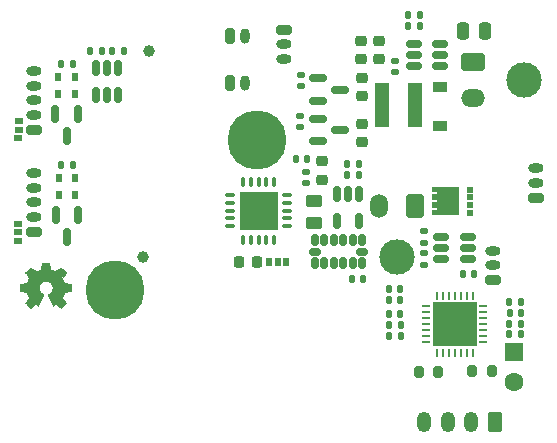
<source format=gbr>
%TF.GenerationSoftware,KiCad,Pcbnew,(6.0.6)*%
%TF.CreationDate,2022-07-03T12:41:07+08:00*%
%TF.ProjectId,Stealthburner_Toolhead_PCB,53746561-6c74-4686-9275-726e65725f54,rev?*%
%TF.SameCoordinates,Original*%
%TF.FileFunction,Soldermask,Bot*%
%TF.FilePolarity,Negative*%
%FSLAX46Y46*%
G04 Gerber Fmt 4.6, Leading zero omitted, Abs format (unit mm)*
G04 Created by KiCad (PCBNEW (6.0.6)) date 2022-07-03 12:41:07*
%MOMM*%
%LPD*%
G01*
G04 APERTURE LIST*
G04 Aperture macros list*
%AMRoundRect*
0 Rectangle with rounded corners*
0 $1 Rounding radius*
0 $2 $3 $4 $5 $6 $7 $8 $9 X,Y pos of 4 corners*
0 Add a 4 corners polygon primitive as box body*
4,1,4,$2,$3,$4,$5,$6,$7,$8,$9,$2,$3,0*
0 Add four circle primitives for the rounded corners*
1,1,$1+$1,$2,$3*
1,1,$1+$1,$4,$5*
1,1,$1+$1,$6,$7*
1,1,$1+$1,$8,$9*
0 Add four rect primitives between the rounded corners*
20,1,$1+$1,$2,$3,$4,$5,0*
20,1,$1+$1,$4,$5,$6,$7,0*
20,1,$1+$1,$6,$7,$8,$9,0*
20,1,$1+$1,$8,$9,$2,$3,0*%
%AMFreePoly0*
4,1,17,1.370000,0.720000,0.950000,0.720000,0.950000,0.580000,1.370000,0.580000,1.370000,0.080000,0.950000,0.080000,0.950000,-0.080000,1.370000,-0.080000,1.370000,-0.580000,0.950000,-0.580000,0.950000,-0.720000,1.371000,-0.720000,1.371000,-1.225000,-0.950000,-1.225000,-0.950000,1.225000,1.370000,1.225000,1.370000,0.720000,1.370000,0.720000,$1*%
G04 Aperture macros list end*
%ADD10C,0.024000*%
%ADD11RoundRect,0.200000X-0.200000X-0.450000X0.200000X-0.450000X0.200000X0.450000X-0.200000X0.450000X0*%
%ADD12O,0.800000X1.300000*%
%ADD13C,3.000000*%
%ADD14RoundRect,0.250001X0.499999X0.759999X-0.499999X0.759999X-0.499999X-0.759999X0.499999X-0.759999X0*%
%ADD15O,1.500000X2.020000*%
%ADD16RoundRect,0.200000X0.450000X-0.200000X0.450000X0.200000X-0.450000X0.200000X-0.450000X-0.200000X0*%
%ADD17O,1.300000X0.800000*%
%ADD18R,1.600000X1.600000*%
%ADD19C,1.600000*%
%ADD20C,1.000000*%
%ADD21C,5.000000*%
%ADD22RoundRect,0.200000X-0.450000X0.200000X-0.450000X-0.200000X0.450000X-0.200000X0.450000X0.200000X0*%
%ADD23RoundRect,0.250001X-0.759999X0.499999X-0.759999X-0.499999X0.759999X-0.499999X0.759999X0.499999X0*%
%ADD24O,2.020000X1.500000*%
%ADD25RoundRect,0.225000X0.250000X-0.225000X0.250000X0.225000X-0.250000X0.225000X-0.250000X-0.225000X0*%
%ADD26RoundRect,0.225000X-0.250000X0.225000X-0.250000X-0.225000X0.250000X-0.225000X0.250000X0.225000X0*%
%ADD27RoundRect,0.150000X-0.512500X-0.150000X0.512500X-0.150000X0.512500X0.150000X-0.512500X0.150000X0*%
%ADD28RoundRect,0.075000X0.337500X0.075000X-0.337500X0.075000X-0.337500X-0.075000X0.337500X-0.075000X0*%
%ADD29RoundRect,0.075000X0.075000X0.337500X-0.075000X0.337500X-0.075000X-0.337500X0.075000X-0.337500X0*%
%ADD30R,3.250000X3.250000*%
%ADD31RoundRect,0.135000X0.135000X0.185000X-0.135000X0.185000X-0.135000X-0.185000X0.135000X-0.185000X0*%
%ADD32RoundRect,0.135000X-0.135000X-0.185000X0.135000X-0.185000X0.135000X0.185000X-0.135000X0.185000X0*%
%ADD33RoundRect,0.140000X0.140000X0.170000X-0.140000X0.170000X-0.140000X-0.170000X0.140000X-0.170000X0*%
%ADD34RoundRect,0.150000X-0.150000X0.587500X-0.150000X-0.587500X0.150000X-0.587500X0.150000X0.587500X0*%
%ADD35RoundRect,0.150000X-0.587500X-0.150000X0.587500X-0.150000X0.587500X0.150000X-0.587500X0.150000X0*%
%ADD36RoundRect,0.140000X0.170000X-0.140000X0.170000X0.140000X-0.170000X0.140000X-0.170000X-0.140000X0*%
%ADD37RoundRect,0.140000X-0.140000X-0.170000X0.140000X-0.170000X0.140000X0.170000X-0.140000X0.170000X0*%
%ADD38R,0.630000X0.500000*%
%ADD39FreePoly0,180.000000*%
%ADD40R,0.600000X0.700000*%
%ADD41RoundRect,0.250000X-0.450000X0.262500X-0.450000X-0.262500X0.450000X-0.262500X0.450000X0.262500X0*%
%ADD42RoundRect,0.200000X-0.200000X-0.275000X0.200000X-0.275000X0.200000X0.275000X-0.200000X0.275000X0*%
%ADD43RoundRect,0.200000X0.200000X0.275000X-0.200000X0.275000X-0.200000X-0.275000X0.200000X-0.275000X0*%
%ADD44RoundRect,0.150000X-0.150000X0.512500X-0.150000X-0.512500X0.150000X-0.512500X0.150000X0.512500X0*%
%ADD45R,1.200000X0.900000*%
%ADD46R,1.200000X3.700000*%
%ADD47RoundRect,0.140000X-0.170000X0.140000X-0.170000X-0.140000X0.170000X-0.140000X0.170000X0.140000X0*%
%ADD48R,0.800000X0.500000*%
%ADD49R,0.762000X0.254000*%
%ADD50R,0.254000X0.762000*%
%ADD51R,3.800000X3.800000*%
%ADD52RoundRect,0.150000X0.150000X-0.325000X0.150000X0.325000X-0.150000X0.325000X-0.150000X-0.325000X0*%
%ADD53RoundRect,0.150000X0.325000X-0.150000X0.325000X0.150000X-0.325000X0.150000X-0.325000X-0.150000X0*%
%ADD54R,0.500000X0.800000*%
%ADD55RoundRect,0.218750X-0.256250X0.218750X-0.256250X-0.218750X0.256250X-0.218750X0.256250X0.218750X0*%
%ADD56RoundRect,0.250000X-0.250000X-0.475000X0.250000X-0.475000X0.250000X0.475000X-0.250000X0.475000X0*%
%ADD57RoundRect,0.135000X-0.185000X0.135000X-0.185000X-0.135000X0.185000X-0.135000X0.185000X0.135000X0*%
%ADD58RoundRect,0.250000X0.350000X0.625000X-0.350000X0.625000X-0.350000X-0.625000X0.350000X-0.625000X0*%
%ADD59O,1.200000X1.750000*%
%ADD60RoundRect,0.225000X0.225000X0.250000X-0.225000X0.250000X-0.225000X-0.250000X0.225000X-0.250000X0*%
%ADD61RoundRect,0.135000X0.185000X-0.135000X0.185000X0.135000X-0.185000X0.135000X-0.185000X-0.135000X0*%
G04 APERTURE END LIST*
D10*
G36*
X103952190Y-119040729D02*
G01*
X103953439Y-119040847D01*
X103954674Y-119041016D01*
X103955893Y-119041236D01*
X103957095Y-119041506D01*
X103958280Y-119041824D01*
X103959446Y-119042189D01*
X103960591Y-119042601D01*
X103961715Y-119043059D01*
X103962817Y-119043561D01*
X103963894Y-119044106D01*
X103964946Y-119044694D01*
X103965973Y-119045324D01*
X103966971Y-119045994D01*
X103967941Y-119046704D01*
X103968881Y-119047452D01*
X103969790Y-119048238D01*
X103970667Y-119049060D01*
X103971510Y-119049917D01*
X103972318Y-119050810D01*
X103973090Y-119051735D01*
X103973826Y-119052693D01*
X103974523Y-119053683D01*
X103975180Y-119054703D01*
X103975796Y-119055753D01*
X103976371Y-119056831D01*
X103976902Y-119057936D01*
X103977389Y-119059068D01*
X103977831Y-119060226D01*
X103978225Y-119061408D01*
X103978572Y-119062614D01*
X103978869Y-119063841D01*
X104079517Y-119602321D01*
X104080142Y-119604999D01*
X104080931Y-119607612D01*
X104081877Y-119610155D01*
X104082975Y-119612622D01*
X104084221Y-119615007D01*
X104085609Y-119617304D01*
X104087134Y-119619506D01*
X104088791Y-119621607D01*
X104090575Y-119623602D01*
X104092481Y-119625485D01*
X104094503Y-119627248D01*
X104096637Y-119628887D01*
X104098878Y-119630395D01*
X104101219Y-119631765D01*
X104103657Y-119632993D01*
X104106186Y-119634071D01*
X104469089Y-119782344D01*
X104471589Y-119783320D01*
X104474126Y-119784140D01*
X104476694Y-119784804D01*
X104479286Y-119785313D01*
X104481895Y-119785667D01*
X104484513Y-119785867D01*
X104487135Y-119785913D01*
X104489753Y-119785806D01*
X104492360Y-119785546D01*
X104494949Y-119785134D01*
X104497514Y-119784569D01*
X104500048Y-119783853D01*
X104502543Y-119782987D01*
X104504992Y-119781970D01*
X104507390Y-119780803D01*
X104509729Y-119779486D01*
X104958356Y-119467701D01*
X104959432Y-119467036D01*
X104960527Y-119466421D01*
X104961640Y-119465857D01*
X104962768Y-119465343D01*
X104963912Y-119464880D01*
X104965068Y-119464467D01*
X104966236Y-119464104D01*
X104967413Y-119463790D01*
X104968599Y-119463527D01*
X104969792Y-119463313D01*
X104972191Y-119463033D01*
X104974598Y-119462950D01*
X104977000Y-119463063D01*
X104979386Y-119463370D01*
X104981741Y-119463871D01*
X104984055Y-119464564D01*
X104985192Y-119464982D01*
X104986314Y-119465448D01*
X104987419Y-119465962D01*
X104988506Y-119466523D01*
X104989572Y-119467131D01*
X104990617Y-119467786D01*
X104991639Y-119468489D01*
X104992637Y-119469238D01*
X104993608Y-119470034D01*
X104994551Y-119470876D01*
X105375552Y-119851876D01*
X105376399Y-119852803D01*
X105377200Y-119853758D01*
X105378664Y-119855746D01*
X105379941Y-119857829D01*
X105381031Y-119859992D01*
X105381932Y-119862225D01*
X105382644Y-119864514D01*
X105383164Y-119866848D01*
X105383492Y-119869212D01*
X105383626Y-119871595D01*
X105383566Y-119873985D01*
X105383309Y-119876369D01*
X105382856Y-119878733D01*
X105382203Y-119881067D01*
X105381352Y-119883356D01*
X105380299Y-119885589D01*
X105379697Y-119886681D01*
X105379044Y-119887754D01*
X105074879Y-120332254D01*
X105073555Y-120334573D01*
X105072384Y-120336952D01*
X105071366Y-120339385D01*
X105070503Y-120341865D01*
X105069795Y-120344383D01*
X105069241Y-120346933D01*
X105068844Y-120349508D01*
X105068602Y-120352100D01*
X105068517Y-120354701D01*
X105068588Y-120357305D01*
X105068817Y-120359905D01*
X105069204Y-120362492D01*
X105069749Y-120365061D01*
X105070453Y-120367602D01*
X105071316Y-120370110D01*
X105072339Y-120372576D01*
X105231089Y-120745956D01*
X105232208Y-120748454D01*
X105233468Y-120750863D01*
X105234865Y-120753179D01*
X105236392Y-120755396D01*
X105238043Y-120757511D01*
X105239814Y-120759517D01*
X105241698Y-120761412D01*
X105243690Y-120763189D01*
X105245784Y-120764844D01*
X105247975Y-120766373D01*
X105250258Y-120767771D01*
X105252625Y-120769033D01*
X105255073Y-120770154D01*
X105257595Y-120771130D01*
X105260185Y-120771955D01*
X105262839Y-120772626D01*
X105784809Y-120869464D01*
X105785444Y-120869464D01*
X105786666Y-120869770D01*
X105787866Y-120870125D01*
X105789042Y-120870526D01*
X105790194Y-120870974D01*
X105791321Y-120871467D01*
X105792422Y-120872003D01*
X105794540Y-120873201D01*
X105796542Y-120874560D01*
X105798419Y-120876070D01*
X105800164Y-120877721D01*
X105801769Y-120879505D01*
X105803225Y-120881411D01*
X105804526Y-120883431D01*
X105805663Y-120885555D01*
X105806629Y-120887773D01*
X105807415Y-120890077D01*
X105807739Y-120891257D01*
X105808014Y-120892456D01*
X105808242Y-120893671D01*
X105808419Y-120894901D01*
X105808546Y-120896146D01*
X105808621Y-120897404D01*
X105808620Y-121432709D01*
X105808555Y-121433970D01*
X105808437Y-121435219D01*
X105808268Y-121436454D01*
X105808048Y-121437673D01*
X105807779Y-121438875D01*
X105807461Y-121440060D01*
X105807095Y-121441226D01*
X105806683Y-121442371D01*
X105806226Y-121443495D01*
X105805724Y-121444597D01*
X105805178Y-121445674D01*
X105804590Y-121446726D01*
X105803960Y-121447753D01*
X105803290Y-121448751D01*
X105802581Y-121449721D01*
X105801833Y-121450661D01*
X105801047Y-121451570D01*
X105800225Y-121452447D01*
X105799367Y-121453290D01*
X105798475Y-121454098D01*
X105797549Y-121454870D01*
X105796591Y-121455606D01*
X105795602Y-121456303D01*
X105794582Y-121456960D01*
X105793532Y-121457576D01*
X105792454Y-121458151D01*
X105791348Y-121458682D01*
X105790216Y-121459169D01*
X105789059Y-121459610D01*
X105787877Y-121460005D01*
X105786672Y-121460351D01*
X105785444Y-121460649D01*
X105277444Y-121555898D01*
X105274768Y-121556564D01*
X105272158Y-121557390D01*
X105269618Y-121558370D01*
X105267155Y-121559499D01*
X105264773Y-121560772D01*
X105262481Y-121562185D01*
X105260282Y-121563732D01*
X105258183Y-121565409D01*
X105256190Y-121567210D01*
X105254309Y-121569131D01*
X105252545Y-121571166D01*
X105250905Y-121573311D01*
X105249393Y-121575560D01*
X105248017Y-121577909D01*
X105246782Y-121580353D01*
X105245694Y-121582886D01*
X105086944Y-121979761D01*
X105085968Y-121982261D01*
X105085148Y-121984798D01*
X105084483Y-121987366D01*
X105083974Y-121989958D01*
X105083620Y-121992567D01*
X105083420Y-121995186D01*
X105083374Y-121997807D01*
X105083482Y-122000425D01*
X105083742Y-122003032D01*
X105084154Y-122005621D01*
X105084719Y-122008186D01*
X105085434Y-122010720D01*
X105086301Y-122013215D01*
X105087318Y-122015665D01*
X105088485Y-122018062D01*
X105089801Y-122020401D01*
X105379044Y-122441724D01*
X105379701Y-122442806D01*
X105380308Y-122443907D01*
X105380863Y-122445025D01*
X105381368Y-122446159D01*
X105381822Y-122447307D01*
X105382226Y-122448468D01*
X105382580Y-122449640D01*
X105382884Y-122450821D01*
X105383138Y-122452010D01*
X105383342Y-122453205D01*
X105383601Y-122455609D01*
X105383664Y-122458019D01*
X105383530Y-122460422D01*
X105383202Y-122462807D01*
X105382680Y-122465161D01*
X105381965Y-122467470D01*
X105381536Y-122468605D01*
X105381060Y-122469723D01*
X105380536Y-122470825D01*
X105379965Y-122471907D01*
X105379346Y-122472969D01*
X105378680Y-122474010D01*
X105377968Y-122475026D01*
X105377209Y-122476018D01*
X105376403Y-122476982D01*
X105375551Y-122477919D01*
X104994551Y-122858919D01*
X104993615Y-122859771D01*
X104992650Y-122860576D01*
X104990642Y-122862048D01*
X104988540Y-122863332D01*
X104986356Y-122864427D01*
X104984103Y-122865333D01*
X104981793Y-122866047D01*
X104979440Y-122866569D01*
X104977055Y-122866897D01*
X104974651Y-122867031D01*
X104972242Y-122866969D01*
X104969838Y-122866709D01*
X104967454Y-122866251D01*
X104965101Y-122865594D01*
X104962792Y-122864735D01*
X104960539Y-122863675D01*
X104959438Y-122863068D01*
X104958356Y-122862411D01*
X104545606Y-122576661D01*
X104543262Y-122575459D01*
X104540863Y-122574418D01*
X104538417Y-122573536D01*
X104535933Y-122572815D01*
X104533417Y-122572254D01*
X104530879Y-122571854D01*
X104528325Y-122571613D01*
X104525762Y-122571533D01*
X104523200Y-122571613D01*
X104520646Y-122571854D01*
X104518108Y-122572254D01*
X104515592Y-122572815D01*
X104513108Y-122573536D01*
X104510662Y-122574418D01*
X104508263Y-122575459D01*
X104505919Y-122576661D01*
X104323356Y-122674134D01*
X104322337Y-122674646D01*
X104321296Y-122675102D01*
X104320238Y-122675501D01*
X104319164Y-122675843D01*
X104318076Y-122676128D01*
X104316977Y-122676356D01*
X104315869Y-122676525D01*
X104314755Y-122676637D01*
X104313636Y-122676692D01*
X104312516Y-122676688D01*
X104311395Y-122676625D01*
X104310277Y-122676505D01*
X104309164Y-122676325D01*
X104308059Y-122676087D01*
X104306962Y-122675790D01*
X104305878Y-122675434D01*
X104304814Y-122675022D01*
X104303778Y-122674556D01*
X104302772Y-122674038D01*
X104301798Y-122673470D01*
X104300858Y-122672854D01*
X104299952Y-122672191D01*
X104299084Y-122671483D01*
X104298253Y-122670732D01*
X104297463Y-122669938D01*
X104296714Y-122669104D01*
X104296009Y-122668231D01*
X104295349Y-122667320D01*
X104294736Y-122666375D01*
X104294171Y-122665395D01*
X104293657Y-122664382D01*
X104293194Y-122663339D01*
X103916004Y-121753701D01*
X103915601Y-121752522D01*
X103915251Y-121751336D01*
X103914954Y-121750143D01*
X103914709Y-121748947D01*
X103914516Y-121747747D01*
X103914375Y-121746546D01*
X103914284Y-121745346D01*
X103914244Y-121744147D01*
X103914253Y-121742951D01*
X103914312Y-121741759D01*
X103914420Y-121740574D01*
X103914577Y-121739396D01*
X103914781Y-121738227D01*
X103915032Y-121737069D01*
X103915331Y-121735923D01*
X103915676Y-121734790D01*
X103916067Y-121733673D01*
X103916503Y-121732572D01*
X103916985Y-121731489D01*
X103917511Y-121730425D01*
X103918081Y-121729383D01*
X103918694Y-121728363D01*
X103919351Y-121727367D01*
X103920050Y-121726396D01*
X103920791Y-121725453D01*
X103921574Y-121724538D01*
X103922398Y-121723653D01*
X103923262Y-121722799D01*
X103924167Y-121721978D01*
X103925111Y-121721192D01*
X103926094Y-121720442D01*
X103927116Y-121719729D01*
X103972836Y-121691789D01*
X103976651Y-121689284D01*
X103980410Y-121686699D01*
X103984112Y-121684035D01*
X103987757Y-121681293D01*
X103991342Y-121678474D01*
X103994866Y-121675579D01*
X103998329Y-121672608D01*
X104001729Y-121669564D01*
X104042027Y-121641453D01*
X104079423Y-121610517D01*
X104113833Y-121576973D01*
X104145176Y-121541038D01*
X104173372Y-121502929D01*
X104198337Y-121462863D01*
X104219992Y-121421058D01*
X104238253Y-121377730D01*
X104253040Y-121333097D01*
X104264271Y-121287375D01*
X104271864Y-121240782D01*
X104275739Y-121193536D01*
X104275812Y-121145852D01*
X104272003Y-121097948D01*
X104264230Y-121050042D01*
X104252411Y-121002350D01*
X104245017Y-120978828D01*
X104236718Y-120955789D01*
X104217500Y-120911223D01*
X104194941Y-120868792D01*
X104169228Y-120828635D01*
X104140546Y-120790891D01*
X104109080Y-120755699D01*
X104075017Y-120723199D01*
X104038542Y-120693528D01*
X103999839Y-120666827D01*
X103959096Y-120643235D01*
X103916497Y-120622891D01*
X103872229Y-120605934D01*
X103826475Y-120592502D01*
X103779423Y-120582736D01*
X103731258Y-120576775D01*
X103706816Y-120575264D01*
X103682165Y-120574757D01*
X103657514Y-120575264D01*
X103633072Y-120576775D01*
X103608862Y-120579271D01*
X103584907Y-120582736D01*
X103561230Y-120587153D01*
X103537855Y-120592502D01*
X103514804Y-120598769D01*
X103492102Y-120605934D01*
X103469770Y-120613980D01*
X103447833Y-120622891D01*
X103426313Y-120632649D01*
X103405234Y-120643235D01*
X103384619Y-120654634D01*
X103364491Y-120666827D01*
X103344873Y-120679798D01*
X103325789Y-120693528D01*
X103307261Y-120708001D01*
X103289313Y-120723199D01*
X103271968Y-120739104D01*
X103255250Y-120755699D01*
X103239181Y-120772968D01*
X103223784Y-120790891D01*
X103209084Y-120809453D01*
X103195102Y-120828635D01*
X103181863Y-120848421D01*
X103169389Y-120868792D01*
X103157704Y-120889732D01*
X103146830Y-120911223D01*
X103136792Y-120933248D01*
X103127612Y-120955789D01*
X103119313Y-120978828D01*
X103111919Y-121002350D01*
X103105499Y-121026155D01*
X103100100Y-121050042D01*
X103095713Y-121073982D01*
X103092327Y-121097948D01*
X103089932Y-121121914D01*
X103088518Y-121145852D01*
X103088075Y-121169735D01*
X103088591Y-121193536D01*
X103090059Y-121217227D01*
X103092466Y-121240782D01*
X103095802Y-121264174D01*
X103100059Y-121287375D01*
X103105225Y-121310359D01*
X103111290Y-121333097D01*
X103118244Y-121355563D01*
X103126077Y-121377730D01*
X103134778Y-121399571D01*
X103144338Y-121421058D01*
X103154746Y-121442165D01*
X103165993Y-121462863D01*
X103178067Y-121483127D01*
X103190958Y-121502929D01*
X103204657Y-121522242D01*
X103219154Y-121541038D01*
X103234437Y-121559291D01*
X103250497Y-121576973D01*
X103267324Y-121594058D01*
X103284908Y-121610517D01*
X103303237Y-121626325D01*
X103322303Y-121641453D01*
X103342094Y-121655875D01*
X103362602Y-121669564D01*
X103366001Y-121672608D01*
X103369464Y-121675579D01*
X103372989Y-121678474D01*
X103376574Y-121681293D01*
X103380218Y-121684035D01*
X103383920Y-121686699D01*
X103387679Y-121689284D01*
X103391494Y-121691789D01*
X103437214Y-121719729D01*
X103438243Y-121720437D01*
X103439233Y-121721183D01*
X103440182Y-121721966D01*
X103441091Y-121722785D01*
X103442785Y-121724523D01*
X103444310Y-121726382D01*
X103445662Y-121728353D01*
X103446838Y-121730420D01*
X103447833Y-121732573D01*
X103448644Y-121734798D01*
X103449266Y-121737083D01*
X103449696Y-121739416D01*
X103449930Y-121741783D01*
X103449962Y-121744172D01*
X103449791Y-121746571D01*
X103449411Y-121748968D01*
X103449141Y-121750161D01*
X103448818Y-121751348D01*
X103448441Y-121752529D01*
X103448009Y-121753701D01*
X103072089Y-122665244D01*
X103071636Y-122666372D01*
X103071123Y-122667467D01*
X103070552Y-122668527D01*
X103069926Y-122669550D01*
X103069245Y-122670533D01*
X103068514Y-122671475D01*
X103067732Y-122672374D01*
X103066902Y-122673228D01*
X103066027Y-122674035D01*
X103065108Y-122674793D01*
X103064147Y-122675500D01*
X103063147Y-122676155D01*
X103062108Y-122676754D01*
X103061034Y-122677297D01*
X103059926Y-122677781D01*
X103058786Y-122678205D01*
X103057624Y-122678564D01*
X103056450Y-122678856D01*
X103055267Y-122679080D01*
X103054079Y-122679238D01*
X103052887Y-122679329D01*
X103051694Y-122679354D01*
X103050503Y-122679313D01*
X103049317Y-122679207D01*
X103048139Y-122679036D01*
X103046972Y-122678799D01*
X103045817Y-122678499D01*
X103044679Y-122678134D01*
X103043559Y-122677705D01*
X103042460Y-122677213D01*
X103041386Y-122676657D01*
X103040339Y-122676039D01*
X102857777Y-122578566D01*
X102855432Y-122577364D01*
X102853033Y-122576322D01*
X102850587Y-122575441D01*
X102848103Y-122574720D01*
X102845588Y-122574159D01*
X102843049Y-122573758D01*
X102840495Y-122573518D01*
X102837933Y-122573438D01*
X102835371Y-122573518D01*
X102832816Y-122573758D01*
X102830278Y-122574159D01*
X102827762Y-122574720D01*
X102825278Y-122575441D01*
X102822832Y-122576322D01*
X102820434Y-122577364D01*
X102818089Y-122578566D01*
X102405339Y-122864316D01*
X102404257Y-122864973D01*
X102403156Y-122865580D01*
X102402038Y-122866135D01*
X102400904Y-122866640D01*
X102399755Y-122867095D01*
X102398595Y-122867499D01*
X102397423Y-122867852D01*
X102396242Y-122868156D01*
X102395053Y-122868410D01*
X102393857Y-122868614D01*
X102391454Y-122868874D01*
X102389044Y-122868936D01*
X102386640Y-122868802D01*
X102384255Y-122868474D01*
X102381902Y-122867952D01*
X102379592Y-122867238D01*
X102378458Y-122866809D01*
X102377339Y-122866332D01*
X102376238Y-122865808D01*
X102375155Y-122865237D01*
X102374093Y-122864618D01*
X102373053Y-122863953D01*
X102372037Y-122863241D01*
X102371045Y-122862481D01*
X102370080Y-122861676D01*
X102369144Y-122860824D01*
X101988144Y-122479823D01*
X101986628Y-122477862D01*
X101985284Y-122475811D01*
X101984112Y-122473682D01*
X101983113Y-122471484D01*
X101982288Y-122469230D01*
X101981638Y-122466928D01*
X101981164Y-122464590D01*
X101980867Y-122462225D01*
X101980748Y-122459845D01*
X101980808Y-122457460D01*
X101981047Y-122455080D01*
X101981466Y-122452716D01*
X101982068Y-122450379D01*
X101982851Y-122448078D01*
X101983818Y-122445824D01*
X101984969Y-122443629D01*
X102274211Y-122022306D01*
X102275528Y-122019968D01*
X102276695Y-122017570D01*
X102277712Y-122015120D01*
X102278578Y-122012625D01*
X102279294Y-122010092D01*
X102279859Y-122007527D01*
X102280271Y-122004937D01*
X102280531Y-122002330D01*
X102280638Y-121999712D01*
X102280592Y-121997091D01*
X102280392Y-121994472D01*
X102280038Y-121991863D01*
X102279529Y-121989272D01*
X102278865Y-121986704D01*
X102278045Y-121984166D01*
X102277069Y-121981666D01*
X102118319Y-121584792D01*
X102117301Y-121582323D01*
X102116142Y-121579936D01*
X102114848Y-121577636D01*
X102113425Y-121575428D01*
X102111877Y-121573316D01*
X102110210Y-121571305D01*
X102108430Y-121569400D01*
X102106541Y-121567606D01*
X102104548Y-121565928D01*
X102102458Y-121564369D01*
X102100275Y-121562935D01*
X102098005Y-121561631D01*
X102095653Y-121560461D01*
X102093224Y-121559430D01*
X102090723Y-121558543D01*
X102088156Y-121557804D01*
X101580157Y-121462554D01*
X101578929Y-121462256D01*
X101577723Y-121461910D01*
X101576541Y-121461515D01*
X101575384Y-121461074D01*
X101574251Y-121460587D01*
X101573146Y-121460056D01*
X101572068Y-121459481D01*
X101571018Y-121458865D01*
X101569008Y-121457511D01*
X101567125Y-121456003D01*
X101565375Y-121454352D01*
X101563767Y-121452566D01*
X101562309Y-121450656D01*
X101561009Y-121448631D01*
X101559876Y-121446502D01*
X101558916Y-121444276D01*
X101558504Y-121443131D01*
X101558139Y-121441965D01*
X101557821Y-121440781D01*
X101557551Y-121439578D01*
X101557331Y-121438359D01*
X101557162Y-121437124D01*
X101557044Y-121435876D01*
X101556979Y-121434614D01*
X101556979Y-120897404D01*
X101557054Y-120896146D01*
X101557181Y-120894901D01*
X101557358Y-120893671D01*
X101557585Y-120892456D01*
X101557861Y-120891257D01*
X101558185Y-120890077D01*
X101558555Y-120888915D01*
X101558971Y-120887773D01*
X101559432Y-120886653D01*
X101559937Y-120885555D01*
X101560485Y-120884481D01*
X101561074Y-120883431D01*
X101561704Y-120882408D01*
X101562375Y-120881411D01*
X101563084Y-120880443D01*
X101563831Y-120879505D01*
X101564616Y-120878597D01*
X101565436Y-120877721D01*
X101566291Y-120876878D01*
X101567181Y-120876070D01*
X101568103Y-120875296D01*
X101569058Y-120874560D01*
X101570044Y-120873861D01*
X101571060Y-120873201D01*
X101572105Y-120872581D01*
X101573178Y-120872003D01*
X101574279Y-120871466D01*
X101575406Y-120870974D01*
X101576558Y-120870526D01*
X101577734Y-120870125D01*
X101578934Y-120869770D01*
X101580156Y-120869464D01*
X102102444Y-120774214D01*
X102105098Y-120773543D01*
X102107688Y-120772717D01*
X102110210Y-120771741D01*
X102112658Y-120770620D01*
X102115025Y-120769358D01*
X102117307Y-120767961D01*
X102119499Y-120766432D01*
X102121593Y-120764776D01*
X102123585Y-120762999D01*
X102125469Y-120761105D01*
X102127240Y-120759098D01*
X102128891Y-120756984D01*
X102130418Y-120754767D01*
X102131815Y-120752451D01*
X102133075Y-120750042D01*
X102134194Y-120747544D01*
X102292944Y-120374164D01*
X102293855Y-120371696D01*
X102294610Y-120369194D01*
X102295210Y-120366665D01*
X102295654Y-120364115D01*
X102295944Y-120361552D01*
X102296080Y-120358983D01*
X102296063Y-120356415D01*
X102295894Y-120353854D01*
X102295573Y-120351308D01*
X102295101Y-120348783D01*
X102294478Y-120346287D01*
X102293706Y-120343826D01*
X102292785Y-120341408D01*
X102291716Y-120339039D01*
X102290498Y-120336726D01*
X102289134Y-120334476D01*
X101984969Y-119889977D01*
X101984316Y-119888904D01*
X101983714Y-119887812D01*
X101983163Y-119886703D01*
X101982661Y-119885579D01*
X101982210Y-119884440D01*
X101981810Y-119883289D01*
X101981459Y-119882127D01*
X101981157Y-119880956D01*
X101980906Y-119879777D01*
X101980704Y-119878591D01*
X101980551Y-119877401D01*
X101980447Y-119876208D01*
X101980387Y-119873818D01*
X101980521Y-119871435D01*
X101980849Y-119869070D01*
X101981369Y-119866737D01*
X101981701Y-119865586D01*
X101982080Y-119864448D01*
X101982507Y-119863324D01*
X101982982Y-119862215D01*
X101983503Y-119861124D01*
X101984072Y-119860051D01*
X101984687Y-119858999D01*
X101985349Y-119857969D01*
X101986058Y-119856962D01*
X101986813Y-119855981D01*
X101987614Y-119855026D01*
X101988461Y-119854099D01*
X102369461Y-119473099D01*
X102370405Y-119472256D01*
X102371376Y-119471461D01*
X102373395Y-119470009D01*
X102375507Y-119468745D01*
X102377699Y-119467671D01*
X102379958Y-119466786D01*
X102382272Y-119466093D01*
X102384627Y-119465593D01*
X102387013Y-119465285D01*
X102389415Y-119465173D01*
X102391822Y-119465255D01*
X102394221Y-119465535D01*
X102396600Y-119466013D01*
X102398945Y-119466689D01*
X102401245Y-119467566D01*
X102403486Y-119468644D01*
X102404581Y-119469259D01*
X102405656Y-119469924D01*
X102856506Y-119779486D01*
X102858845Y-119780803D01*
X102861243Y-119781970D01*
X102863693Y-119782987D01*
X102866188Y-119783853D01*
X102868721Y-119784569D01*
X102871286Y-119785134D01*
X102873876Y-119785546D01*
X102876483Y-119785806D01*
X102879100Y-119785913D01*
X102881722Y-119785867D01*
X102884341Y-119785667D01*
X102886949Y-119785313D01*
X102889541Y-119784804D01*
X102892109Y-119784140D01*
X102894646Y-119783320D01*
X102897146Y-119782344D01*
X103258779Y-119635341D01*
X103261308Y-119634263D01*
X103263746Y-119633035D01*
X103266088Y-119631665D01*
X103268328Y-119630157D01*
X103270462Y-119628518D01*
X103272485Y-119626755D01*
X103274390Y-119624872D01*
X103276174Y-119622877D01*
X103277832Y-119620776D01*
X103279357Y-119618574D01*
X103280745Y-119616277D01*
X103281990Y-119613892D01*
X103283089Y-119611425D01*
X103284035Y-119608882D01*
X103284823Y-119606269D01*
X103285449Y-119603591D01*
X103386096Y-119063842D01*
X103386390Y-119062624D01*
X103386733Y-119061428D01*
X103387123Y-119060255D01*
X103387559Y-119059106D01*
X103388039Y-119057982D01*
X103388564Y-119056884D01*
X103389131Y-119055813D01*
X103389740Y-119054770D01*
X103391077Y-119052771D01*
X103392565Y-119050896D01*
X103394196Y-119049152D01*
X103395959Y-119047547D01*
X103397846Y-119046089D01*
X103399846Y-119044786D01*
X103401952Y-119043646D01*
X103404152Y-119042677D01*
X103405285Y-119042258D01*
X103406439Y-119041886D01*
X103407611Y-119041560D01*
X103408802Y-119041282D01*
X103410009Y-119041052D01*
X103411231Y-119040872D01*
X103412469Y-119040742D01*
X103413719Y-119040664D01*
X103950929Y-119040664D01*
X103952190Y-119040729D01*
G37*
X103952190Y-119040729D02*
X103953439Y-119040847D01*
X103954674Y-119041016D01*
X103955893Y-119041236D01*
X103957095Y-119041506D01*
X103958280Y-119041824D01*
X103959446Y-119042189D01*
X103960591Y-119042601D01*
X103961715Y-119043059D01*
X103962817Y-119043561D01*
X103963894Y-119044106D01*
X103964946Y-119044694D01*
X103965973Y-119045324D01*
X103966971Y-119045994D01*
X103967941Y-119046704D01*
X103968881Y-119047452D01*
X103969790Y-119048238D01*
X103970667Y-119049060D01*
X103971510Y-119049917D01*
X103972318Y-119050810D01*
X103973090Y-119051735D01*
X103973826Y-119052693D01*
X103974523Y-119053683D01*
X103975180Y-119054703D01*
X103975796Y-119055753D01*
X103976371Y-119056831D01*
X103976902Y-119057936D01*
X103977389Y-119059068D01*
X103977831Y-119060226D01*
X103978225Y-119061408D01*
X103978572Y-119062614D01*
X103978869Y-119063841D01*
X104079517Y-119602321D01*
X104080142Y-119604999D01*
X104080931Y-119607612D01*
X104081877Y-119610155D01*
X104082975Y-119612622D01*
X104084221Y-119615007D01*
X104085609Y-119617304D01*
X104087134Y-119619506D01*
X104088791Y-119621607D01*
X104090575Y-119623602D01*
X104092481Y-119625485D01*
X104094503Y-119627248D01*
X104096637Y-119628887D01*
X104098878Y-119630395D01*
X104101219Y-119631765D01*
X104103657Y-119632993D01*
X104106186Y-119634071D01*
X104469089Y-119782344D01*
X104471589Y-119783320D01*
X104474126Y-119784140D01*
X104476694Y-119784804D01*
X104479286Y-119785313D01*
X104481895Y-119785667D01*
X104484513Y-119785867D01*
X104487135Y-119785913D01*
X104489753Y-119785806D01*
X104492360Y-119785546D01*
X104494949Y-119785134D01*
X104497514Y-119784569D01*
X104500048Y-119783853D01*
X104502543Y-119782987D01*
X104504992Y-119781970D01*
X104507390Y-119780803D01*
X104509729Y-119779486D01*
X104958356Y-119467701D01*
X104959432Y-119467036D01*
X104960527Y-119466421D01*
X104961640Y-119465857D01*
X104962768Y-119465343D01*
X104963912Y-119464880D01*
X104965068Y-119464467D01*
X104966236Y-119464104D01*
X104967413Y-119463790D01*
X104968599Y-119463527D01*
X104969792Y-119463313D01*
X104972191Y-119463033D01*
X104974598Y-119462950D01*
X104977000Y-119463063D01*
X104979386Y-119463370D01*
X104981741Y-119463871D01*
X104984055Y-119464564D01*
X104985192Y-119464982D01*
X104986314Y-119465448D01*
X104987419Y-119465962D01*
X104988506Y-119466523D01*
X104989572Y-119467131D01*
X104990617Y-119467786D01*
X104991639Y-119468489D01*
X104992637Y-119469238D01*
X104993608Y-119470034D01*
X104994551Y-119470876D01*
X105375552Y-119851876D01*
X105376399Y-119852803D01*
X105377200Y-119853758D01*
X105378664Y-119855746D01*
X105379941Y-119857829D01*
X105381031Y-119859992D01*
X105381932Y-119862225D01*
X105382644Y-119864514D01*
X105383164Y-119866848D01*
X105383492Y-119869212D01*
X105383626Y-119871595D01*
X105383566Y-119873985D01*
X105383309Y-119876369D01*
X105382856Y-119878733D01*
X105382203Y-119881067D01*
X105381352Y-119883356D01*
X105380299Y-119885589D01*
X105379697Y-119886681D01*
X105379044Y-119887754D01*
X105074879Y-120332254D01*
X105073555Y-120334573D01*
X105072384Y-120336952D01*
X105071366Y-120339385D01*
X105070503Y-120341865D01*
X105069795Y-120344383D01*
X105069241Y-120346933D01*
X105068844Y-120349508D01*
X105068602Y-120352100D01*
X105068517Y-120354701D01*
X105068588Y-120357305D01*
X105068817Y-120359905D01*
X105069204Y-120362492D01*
X105069749Y-120365061D01*
X105070453Y-120367602D01*
X105071316Y-120370110D01*
X105072339Y-120372576D01*
X105231089Y-120745956D01*
X105232208Y-120748454D01*
X105233468Y-120750863D01*
X105234865Y-120753179D01*
X105236392Y-120755396D01*
X105238043Y-120757511D01*
X105239814Y-120759517D01*
X105241698Y-120761412D01*
X105243690Y-120763189D01*
X105245784Y-120764844D01*
X105247975Y-120766373D01*
X105250258Y-120767771D01*
X105252625Y-120769033D01*
X105255073Y-120770154D01*
X105257595Y-120771130D01*
X105260185Y-120771955D01*
X105262839Y-120772626D01*
X105784809Y-120869464D01*
X105785444Y-120869464D01*
X105786666Y-120869770D01*
X105787866Y-120870125D01*
X105789042Y-120870526D01*
X105790194Y-120870974D01*
X105791321Y-120871467D01*
X105792422Y-120872003D01*
X105794540Y-120873201D01*
X105796542Y-120874560D01*
X105798419Y-120876070D01*
X105800164Y-120877721D01*
X105801769Y-120879505D01*
X105803225Y-120881411D01*
X105804526Y-120883431D01*
X105805663Y-120885555D01*
X105806629Y-120887773D01*
X105807415Y-120890077D01*
X105807739Y-120891257D01*
X105808014Y-120892456D01*
X105808242Y-120893671D01*
X105808419Y-120894901D01*
X105808546Y-120896146D01*
X105808621Y-120897404D01*
X105808620Y-121432709D01*
X105808555Y-121433970D01*
X105808437Y-121435219D01*
X105808268Y-121436454D01*
X105808048Y-121437673D01*
X105807779Y-121438875D01*
X105807461Y-121440060D01*
X105807095Y-121441226D01*
X105806683Y-121442371D01*
X105806226Y-121443495D01*
X105805724Y-121444597D01*
X105805178Y-121445674D01*
X105804590Y-121446726D01*
X105803960Y-121447753D01*
X105803290Y-121448751D01*
X105802581Y-121449721D01*
X105801833Y-121450661D01*
X105801047Y-121451570D01*
X105800225Y-121452447D01*
X105799367Y-121453290D01*
X105798475Y-121454098D01*
X105797549Y-121454870D01*
X105796591Y-121455606D01*
X105795602Y-121456303D01*
X105794582Y-121456960D01*
X105793532Y-121457576D01*
X105792454Y-121458151D01*
X105791348Y-121458682D01*
X105790216Y-121459169D01*
X105789059Y-121459610D01*
X105787877Y-121460005D01*
X105786672Y-121460351D01*
X105785444Y-121460649D01*
X105277444Y-121555898D01*
X105274768Y-121556564D01*
X105272158Y-121557390D01*
X105269618Y-121558370D01*
X105267155Y-121559499D01*
X105264773Y-121560772D01*
X105262481Y-121562185D01*
X105260282Y-121563732D01*
X105258183Y-121565409D01*
X105256190Y-121567210D01*
X105254309Y-121569131D01*
X105252545Y-121571166D01*
X105250905Y-121573311D01*
X105249393Y-121575560D01*
X105248017Y-121577909D01*
X105246782Y-121580353D01*
X105245694Y-121582886D01*
X105086944Y-121979761D01*
X105085968Y-121982261D01*
X105085148Y-121984798D01*
X105084483Y-121987366D01*
X105083974Y-121989958D01*
X105083620Y-121992567D01*
X105083420Y-121995186D01*
X105083374Y-121997807D01*
X105083482Y-122000425D01*
X105083742Y-122003032D01*
X105084154Y-122005621D01*
X105084719Y-122008186D01*
X105085434Y-122010720D01*
X105086301Y-122013215D01*
X105087318Y-122015665D01*
X105088485Y-122018062D01*
X105089801Y-122020401D01*
X105379044Y-122441724D01*
X105379701Y-122442806D01*
X105380308Y-122443907D01*
X105380863Y-122445025D01*
X105381368Y-122446159D01*
X105381822Y-122447307D01*
X105382226Y-122448468D01*
X105382580Y-122449640D01*
X105382884Y-122450821D01*
X105383138Y-122452010D01*
X105383342Y-122453205D01*
X105383601Y-122455609D01*
X105383664Y-122458019D01*
X105383530Y-122460422D01*
X105383202Y-122462807D01*
X105382680Y-122465161D01*
X105381965Y-122467470D01*
X105381536Y-122468605D01*
X105381060Y-122469723D01*
X105380536Y-122470825D01*
X105379965Y-122471907D01*
X105379346Y-122472969D01*
X105378680Y-122474010D01*
X105377968Y-122475026D01*
X105377209Y-122476018D01*
X105376403Y-122476982D01*
X105375551Y-122477919D01*
X104994551Y-122858919D01*
X104993615Y-122859771D01*
X104992650Y-122860576D01*
X104990642Y-122862048D01*
X104988540Y-122863332D01*
X104986356Y-122864427D01*
X104984103Y-122865333D01*
X104981793Y-122866047D01*
X104979440Y-122866569D01*
X104977055Y-122866897D01*
X104974651Y-122867031D01*
X104972242Y-122866969D01*
X104969838Y-122866709D01*
X104967454Y-122866251D01*
X104965101Y-122865594D01*
X104962792Y-122864735D01*
X104960539Y-122863675D01*
X104959438Y-122863068D01*
X104958356Y-122862411D01*
X104545606Y-122576661D01*
X104543262Y-122575459D01*
X104540863Y-122574418D01*
X104538417Y-122573536D01*
X104535933Y-122572815D01*
X104533417Y-122572254D01*
X104530879Y-122571854D01*
X104528325Y-122571613D01*
X104525762Y-122571533D01*
X104523200Y-122571613D01*
X104520646Y-122571854D01*
X104518108Y-122572254D01*
X104515592Y-122572815D01*
X104513108Y-122573536D01*
X104510662Y-122574418D01*
X104508263Y-122575459D01*
X104505919Y-122576661D01*
X104323356Y-122674134D01*
X104322337Y-122674646D01*
X104321296Y-122675102D01*
X104320238Y-122675501D01*
X104319164Y-122675843D01*
X104318076Y-122676128D01*
X104316977Y-122676356D01*
X104315869Y-122676525D01*
X104314755Y-122676637D01*
X104313636Y-122676692D01*
X104312516Y-122676688D01*
X104311395Y-122676625D01*
X104310277Y-122676505D01*
X104309164Y-122676325D01*
X104308059Y-122676087D01*
X104306962Y-122675790D01*
X104305878Y-122675434D01*
X104304814Y-122675022D01*
X104303778Y-122674556D01*
X104302772Y-122674038D01*
X104301798Y-122673470D01*
X104300858Y-122672854D01*
X104299952Y-122672191D01*
X104299084Y-122671483D01*
X104298253Y-122670732D01*
X104297463Y-122669938D01*
X104296714Y-122669104D01*
X104296009Y-122668231D01*
X104295349Y-122667320D01*
X104294736Y-122666375D01*
X104294171Y-122665395D01*
X104293657Y-122664382D01*
X104293194Y-122663339D01*
X103916004Y-121753701D01*
X103915601Y-121752522D01*
X103915251Y-121751336D01*
X103914954Y-121750143D01*
X103914709Y-121748947D01*
X103914516Y-121747747D01*
X103914375Y-121746546D01*
X103914284Y-121745346D01*
X103914244Y-121744147D01*
X103914253Y-121742951D01*
X103914312Y-121741759D01*
X103914420Y-121740574D01*
X103914577Y-121739396D01*
X103914781Y-121738227D01*
X103915032Y-121737069D01*
X103915331Y-121735923D01*
X103915676Y-121734790D01*
X103916067Y-121733673D01*
X103916503Y-121732572D01*
X103916985Y-121731489D01*
X103917511Y-121730425D01*
X103918081Y-121729383D01*
X103918694Y-121728363D01*
X103919351Y-121727367D01*
X103920050Y-121726396D01*
X103920791Y-121725453D01*
X103921574Y-121724538D01*
X103922398Y-121723653D01*
X103923262Y-121722799D01*
X103924167Y-121721978D01*
X103925111Y-121721192D01*
X103926094Y-121720442D01*
X103927116Y-121719729D01*
X103972836Y-121691789D01*
X103976651Y-121689284D01*
X103980410Y-121686699D01*
X103984112Y-121684035D01*
X103987757Y-121681293D01*
X103991342Y-121678474D01*
X103994866Y-121675579D01*
X103998329Y-121672608D01*
X104001729Y-121669564D01*
X104042027Y-121641453D01*
X104079423Y-121610517D01*
X104113833Y-121576973D01*
X104145176Y-121541038D01*
X104173372Y-121502929D01*
X104198337Y-121462863D01*
X104219992Y-121421058D01*
X104238253Y-121377730D01*
X104253040Y-121333097D01*
X104264271Y-121287375D01*
X104271864Y-121240782D01*
X104275739Y-121193536D01*
X104275812Y-121145852D01*
X104272003Y-121097948D01*
X104264230Y-121050042D01*
X104252411Y-121002350D01*
X104245017Y-120978828D01*
X104236718Y-120955789D01*
X104217500Y-120911223D01*
X104194941Y-120868792D01*
X104169228Y-120828635D01*
X104140546Y-120790891D01*
X104109080Y-120755699D01*
X104075017Y-120723199D01*
X104038542Y-120693528D01*
X103999839Y-120666827D01*
X103959096Y-120643235D01*
X103916497Y-120622891D01*
X103872229Y-120605934D01*
X103826475Y-120592502D01*
X103779423Y-120582736D01*
X103731258Y-120576775D01*
X103706816Y-120575264D01*
X103682165Y-120574757D01*
X103657514Y-120575264D01*
X103633072Y-120576775D01*
X103608862Y-120579271D01*
X103584907Y-120582736D01*
X103561230Y-120587153D01*
X103537855Y-120592502D01*
X103514804Y-120598769D01*
X103492102Y-120605934D01*
X103469770Y-120613980D01*
X103447833Y-120622891D01*
X103426313Y-120632649D01*
X103405234Y-120643235D01*
X103384619Y-120654634D01*
X103364491Y-120666827D01*
X103344873Y-120679798D01*
X103325789Y-120693528D01*
X103307261Y-120708001D01*
X103289313Y-120723199D01*
X103271968Y-120739104D01*
X103255250Y-120755699D01*
X103239181Y-120772968D01*
X103223784Y-120790891D01*
X103209084Y-120809453D01*
X103195102Y-120828635D01*
X103181863Y-120848421D01*
X103169389Y-120868792D01*
X103157704Y-120889732D01*
X103146830Y-120911223D01*
X103136792Y-120933248D01*
X103127612Y-120955789D01*
X103119313Y-120978828D01*
X103111919Y-121002350D01*
X103105499Y-121026155D01*
X103100100Y-121050042D01*
X103095713Y-121073982D01*
X103092327Y-121097948D01*
X103089932Y-121121914D01*
X103088518Y-121145852D01*
X103088075Y-121169735D01*
X103088591Y-121193536D01*
X103090059Y-121217227D01*
X103092466Y-121240782D01*
X103095802Y-121264174D01*
X103100059Y-121287375D01*
X103105225Y-121310359D01*
X103111290Y-121333097D01*
X103118244Y-121355563D01*
X103126077Y-121377730D01*
X103134778Y-121399571D01*
X103144338Y-121421058D01*
X103154746Y-121442165D01*
X103165993Y-121462863D01*
X103178067Y-121483127D01*
X103190958Y-121502929D01*
X103204657Y-121522242D01*
X103219154Y-121541038D01*
X103234437Y-121559291D01*
X103250497Y-121576973D01*
X103267324Y-121594058D01*
X103284908Y-121610517D01*
X103303237Y-121626325D01*
X103322303Y-121641453D01*
X103342094Y-121655875D01*
X103362602Y-121669564D01*
X103366001Y-121672608D01*
X103369464Y-121675579D01*
X103372989Y-121678474D01*
X103376574Y-121681293D01*
X103380218Y-121684035D01*
X103383920Y-121686699D01*
X103387679Y-121689284D01*
X103391494Y-121691789D01*
X103437214Y-121719729D01*
X103438243Y-121720437D01*
X103439233Y-121721183D01*
X103440182Y-121721966D01*
X103441091Y-121722785D01*
X103442785Y-121724523D01*
X103444310Y-121726382D01*
X103445662Y-121728353D01*
X103446838Y-121730420D01*
X103447833Y-121732573D01*
X103448644Y-121734798D01*
X103449266Y-121737083D01*
X103449696Y-121739416D01*
X103449930Y-121741783D01*
X103449962Y-121744172D01*
X103449791Y-121746571D01*
X103449411Y-121748968D01*
X103449141Y-121750161D01*
X103448818Y-121751348D01*
X103448441Y-121752529D01*
X103448009Y-121753701D01*
X103072089Y-122665244D01*
X103071636Y-122666372D01*
X103071123Y-122667467D01*
X103070552Y-122668527D01*
X103069926Y-122669550D01*
X103069245Y-122670533D01*
X103068514Y-122671475D01*
X103067732Y-122672374D01*
X103066902Y-122673228D01*
X103066027Y-122674035D01*
X103065108Y-122674793D01*
X103064147Y-122675500D01*
X103063147Y-122676155D01*
X103062108Y-122676754D01*
X103061034Y-122677297D01*
X103059926Y-122677781D01*
X103058786Y-122678205D01*
X103057624Y-122678564D01*
X103056450Y-122678856D01*
X103055267Y-122679080D01*
X103054079Y-122679238D01*
X103052887Y-122679329D01*
X103051694Y-122679354D01*
X103050503Y-122679313D01*
X103049317Y-122679207D01*
X103048139Y-122679036D01*
X103046972Y-122678799D01*
X103045817Y-122678499D01*
X103044679Y-122678134D01*
X103043559Y-122677705D01*
X103042460Y-122677213D01*
X103041386Y-122676657D01*
X103040339Y-122676039D01*
X102857777Y-122578566D01*
X102855432Y-122577364D01*
X102853033Y-122576322D01*
X102850587Y-122575441D01*
X102848103Y-122574720D01*
X102845588Y-122574159D01*
X102843049Y-122573758D01*
X102840495Y-122573518D01*
X102837933Y-122573438D01*
X102835371Y-122573518D01*
X102832816Y-122573758D01*
X102830278Y-122574159D01*
X102827762Y-122574720D01*
X102825278Y-122575441D01*
X102822832Y-122576322D01*
X102820434Y-122577364D01*
X102818089Y-122578566D01*
X102405339Y-122864316D01*
X102404257Y-122864973D01*
X102403156Y-122865580D01*
X102402038Y-122866135D01*
X102400904Y-122866640D01*
X102399755Y-122867095D01*
X102398595Y-122867499D01*
X102397423Y-122867852D01*
X102396242Y-122868156D01*
X102395053Y-122868410D01*
X102393857Y-122868614D01*
X102391454Y-122868874D01*
X102389044Y-122868936D01*
X102386640Y-122868802D01*
X102384255Y-122868474D01*
X102381902Y-122867952D01*
X102379592Y-122867238D01*
X102378458Y-122866809D01*
X102377339Y-122866332D01*
X102376238Y-122865808D01*
X102375155Y-122865237D01*
X102374093Y-122864618D01*
X102373053Y-122863953D01*
X102372037Y-122863241D01*
X102371045Y-122862481D01*
X102370080Y-122861676D01*
X102369144Y-122860824D01*
X101988144Y-122479823D01*
X101986628Y-122477862D01*
X101985284Y-122475811D01*
X101984112Y-122473682D01*
X101983113Y-122471484D01*
X101982288Y-122469230D01*
X101981638Y-122466928D01*
X101981164Y-122464590D01*
X101980867Y-122462225D01*
X101980748Y-122459845D01*
X101980808Y-122457460D01*
X101981047Y-122455080D01*
X101981466Y-122452716D01*
X101982068Y-122450379D01*
X101982851Y-122448078D01*
X101983818Y-122445824D01*
X101984969Y-122443629D01*
X102274211Y-122022306D01*
X102275528Y-122019968D01*
X102276695Y-122017570D01*
X102277712Y-122015120D01*
X102278578Y-122012625D01*
X102279294Y-122010092D01*
X102279859Y-122007527D01*
X102280271Y-122004937D01*
X102280531Y-122002330D01*
X102280638Y-121999712D01*
X102280592Y-121997091D01*
X102280392Y-121994472D01*
X102280038Y-121991863D01*
X102279529Y-121989272D01*
X102278865Y-121986704D01*
X102278045Y-121984166D01*
X102277069Y-121981666D01*
X102118319Y-121584792D01*
X102117301Y-121582323D01*
X102116142Y-121579936D01*
X102114848Y-121577636D01*
X102113425Y-121575428D01*
X102111877Y-121573316D01*
X102110210Y-121571305D01*
X102108430Y-121569400D01*
X102106541Y-121567606D01*
X102104548Y-121565928D01*
X102102458Y-121564369D01*
X102100275Y-121562935D01*
X102098005Y-121561631D01*
X102095653Y-121560461D01*
X102093224Y-121559430D01*
X102090723Y-121558543D01*
X102088156Y-121557804D01*
X101580157Y-121462554D01*
X101578929Y-121462256D01*
X101577723Y-121461910D01*
X101576541Y-121461515D01*
X101575384Y-121461074D01*
X101574251Y-121460587D01*
X101573146Y-121460056D01*
X101572068Y-121459481D01*
X101571018Y-121458865D01*
X101569008Y-121457511D01*
X101567125Y-121456003D01*
X101565375Y-121454352D01*
X101563767Y-121452566D01*
X101562309Y-121450656D01*
X101561009Y-121448631D01*
X101559876Y-121446502D01*
X101558916Y-121444276D01*
X101558504Y-121443131D01*
X101558139Y-121441965D01*
X101557821Y-121440781D01*
X101557551Y-121439578D01*
X101557331Y-121438359D01*
X101557162Y-121437124D01*
X101557044Y-121435876D01*
X101556979Y-121434614D01*
X101556979Y-120897404D01*
X101557054Y-120896146D01*
X101557181Y-120894901D01*
X101557358Y-120893671D01*
X101557585Y-120892456D01*
X101557861Y-120891257D01*
X101558185Y-120890077D01*
X101558555Y-120888915D01*
X101558971Y-120887773D01*
X101559432Y-120886653D01*
X101559937Y-120885555D01*
X101560485Y-120884481D01*
X101561074Y-120883431D01*
X101561704Y-120882408D01*
X101562375Y-120881411D01*
X101563084Y-120880443D01*
X101563831Y-120879505D01*
X101564616Y-120878597D01*
X101565436Y-120877721D01*
X101566291Y-120876878D01*
X101567181Y-120876070D01*
X101568103Y-120875296D01*
X101569058Y-120874560D01*
X101570044Y-120873861D01*
X101571060Y-120873201D01*
X101572105Y-120872581D01*
X101573178Y-120872003D01*
X101574279Y-120871466D01*
X101575406Y-120870974D01*
X101576558Y-120870526D01*
X101577734Y-120870125D01*
X101578934Y-120869770D01*
X101580156Y-120869464D01*
X102102444Y-120774214D01*
X102105098Y-120773543D01*
X102107688Y-120772717D01*
X102110210Y-120771741D01*
X102112658Y-120770620D01*
X102115025Y-120769358D01*
X102117307Y-120767961D01*
X102119499Y-120766432D01*
X102121593Y-120764776D01*
X102123585Y-120762999D01*
X102125469Y-120761105D01*
X102127240Y-120759098D01*
X102128891Y-120756984D01*
X102130418Y-120754767D01*
X102131815Y-120752451D01*
X102133075Y-120750042D01*
X102134194Y-120747544D01*
X102292944Y-120374164D01*
X102293855Y-120371696D01*
X102294610Y-120369194D01*
X102295210Y-120366665D01*
X102295654Y-120364115D01*
X102295944Y-120361552D01*
X102296080Y-120358983D01*
X102296063Y-120356415D01*
X102295894Y-120353854D01*
X102295573Y-120351308D01*
X102295101Y-120348783D01*
X102294478Y-120346287D01*
X102293706Y-120343826D01*
X102292785Y-120341408D01*
X102291716Y-120339039D01*
X102290498Y-120336726D01*
X102289134Y-120334476D01*
X101984969Y-119889977D01*
X101984316Y-119888904D01*
X101983714Y-119887812D01*
X101983163Y-119886703D01*
X101982661Y-119885579D01*
X101982210Y-119884440D01*
X101981810Y-119883289D01*
X101981459Y-119882127D01*
X101981157Y-119880956D01*
X101980906Y-119879777D01*
X101980704Y-119878591D01*
X101980551Y-119877401D01*
X101980447Y-119876208D01*
X101980387Y-119873818D01*
X101980521Y-119871435D01*
X101980849Y-119869070D01*
X101981369Y-119866737D01*
X101981701Y-119865586D01*
X101982080Y-119864448D01*
X101982507Y-119863324D01*
X101982982Y-119862215D01*
X101983503Y-119861124D01*
X101984072Y-119860051D01*
X101984687Y-119858999D01*
X101985349Y-119857969D01*
X101986058Y-119856962D01*
X101986813Y-119855981D01*
X101987614Y-119855026D01*
X101988461Y-119854099D01*
X102369461Y-119473099D01*
X102370405Y-119472256D01*
X102371376Y-119471461D01*
X102373395Y-119470009D01*
X102375507Y-119468745D01*
X102377699Y-119467671D01*
X102379958Y-119466786D01*
X102382272Y-119466093D01*
X102384627Y-119465593D01*
X102387013Y-119465285D01*
X102389415Y-119465173D01*
X102391822Y-119465255D01*
X102394221Y-119465535D01*
X102396600Y-119466013D01*
X102398945Y-119466689D01*
X102401245Y-119467566D01*
X102403486Y-119468644D01*
X102404581Y-119469259D01*
X102405656Y-119469924D01*
X102856506Y-119779486D01*
X102858845Y-119780803D01*
X102861243Y-119781970D01*
X102863693Y-119782987D01*
X102866188Y-119783853D01*
X102868721Y-119784569D01*
X102871286Y-119785134D01*
X102873876Y-119785546D01*
X102876483Y-119785806D01*
X102879100Y-119785913D01*
X102881722Y-119785867D01*
X102884341Y-119785667D01*
X102886949Y-119785313D01*
X102889541Y-119784804D01*
X102892109Y-119784140D01*
X102894646Y-119783320D01*
X102897146Y-119782344D01*
X103258779Y-119635341D01*
X103261308Y-119634263D01*
X103263746Y-119633035D01*
X103266088Y-119631665D01*
X103268328Y-119630157D01*
X103270462Y-119628518D01*
X103272485Y-119626755D01*
X103274390Y-119624872D01*
X103276174Y-119622877D01*
X103277832Y-119620776D01*
X103279357Y-119618574D01*
X103280745Y-119616277D01*
X103281990Y-119613892D01*
X103283089Y-119611425D01*
X103284035Y-119608882D01*
X103284823Y-119606269D01*
X103285449Y-119603591D01*
X103386096Y-119063842D01*
X103386390Y-119062624D01*
X103386733Y-119061428D01*
X103387123Y-119060255D01*
X103387559Y-119059106D01*
X103388039Y-119057982D01*
X103388564Y-119056884D01*
X103389131Y-119055813D01*
X103389740Y-119054770D01*
X103391077Y-119052771D01*
X103392565Y-119050896D01*
X103394196Y-119049152D01*
X103395959Y-119047547D01*
X103397846Y-119046089D01*
X103399846Y-119044786D01*
X103401952Y-119043646D01*
X103404152Y-119042677D01*
X103405285Y-119042258D01*
X103406439Y-119041886D01*
X103407611Y-119041560D01*
X103408802Y-119041282D01*
X103410009Y-119041052D01*
X103411231Y-119040872D01*
X103412469Y-119040742D01*
X103413719Y-119040664D01*
X103950929Y-119040664D01*
X103952190Y-119040729D01*
D11*
%TO.C,J4*%
X119278400Y-103835200D03*
D12*
X120528400Y-103835200D03*
%TD*%
D13*
%TO.C,J9*%
X133451600Y-118561600D03*
D14*
X134951600Y-114241600D03*
D15*
X131951600Y-114241600D03*
%TD*%
D16*
%TO.C,J7*%
X102710400Y-116444400D03*
D17*
X102710400Y-115194400D03*
X102710400Y-113944400D03*
X102710400Y-112694400D03*
X102710400Y-111444400D03*
%TD*%
D18*
%TO.C,C32*%
X143306800Y-126630421D03*
D19*
X143306800Y-129130421D03*
%TD*%
D20*
%TO.C,J3*%
X112471200Y-101142800D03*
%TD*%
D21*
%TO.C,H2*%
X121564400Y-108661200D03*
%TD*%
D22*
%TO.C,J2*%
X123901200Y-99314000D03*
D17*
X123901200Y-100564000D03*
X123901200Y-101814000D03*
%TD*%
D16*
%TO.C,J8*%
X141572400Y-120528400D03*
D17*
X141572400Y-119278400D03*
X141572400Y-118028400D03*
%TD*%
D21*
%TO.C,H1*%
X109575600Y-121361200D03*
%TD*%
D20*
%TO.C,TP1*%
X111963200Y-118567200D03*
%TD*%
D16*
%TO.C,J10*%
X102717600Y-107797600D03*
D17*
X102717600Y-106547600D03*
X102717600Y-105297600D03*
X102717600Y-104047600D03*
X102717600Y-102797600D03*
%TD*%
D16*
%TO.C,J5*%
X145230000Y-113568800D03*
D17*
X145230000Y-112318800D03*
X145230000Y-111068800D03*
%TD*%
D13*
%TO.C,J1*%
X144215600Y-103581200D03*
D23*
X139895600Y-102081200D03*
D24*
X139895600Y-105081200D03*
%TD*%
D11*
%TO.C,J6*%
X119278400Y-99872800D03*
D12*
X120528400Y-99872800D03*
%TD*%
D25*
%TO.C,C12*%
X130403600Y-101829200D03*
X130403600Y-100279200D03*
%TD*%
D26*
%TO.C,C5*%
X130454400Y-107276600D03*
X130454400Y-108826600D03*
%TD*%
D27*
%TO.C,U1*%
X134831700Y-102397600D03*
X134831700Y-101447600D03*
X134831700Y-100497600D03*
X137106700Y-100497600D03*
X137106700Y-101447600D03*
X137106700Y-102397600D03*
%TD*%
D28*
%TO.C,U13*%
X124154300Y-113355600D03*
X124154300Y-114005600D03*
X124154300Y-114655600D03*
X124154300Y-115305600D03*
X124154300Y-115955600D03*
D29*
X123016800Y-117093100D03*
X122366800Y-117093100D03*
X121716800Y-117093100D03*
X121066800Y-117093100D03*
X120416800Y-117093100D03*
D28*
X119279300Y-115955600D03*
X119279300Y-115305600D03*
X119279300Y-114655600D03*
X119279300Y-114005600D03*
X119279300Y-113355600D03*
D29*
X120416800Y-112218100D03*
X121066800Y-112218100D03*
X121716800Y-112218100D03*
X122366800Y-112218100D03*
X123016800Y-112218100D03*
D30*
X121716800Y-114655600D03*
%TD*%
D31*
%TO.C,R25*%
X143969200Y-124206000D03*
X142949200Y-124206000D03*
%TD*%
D32*
%TO.C,R13*%
X107465400Y-101117400D03*
X108485400Y-101117400D03*
%TD*%
D33*
%TO.C,C27*%
X143937200Y-123291600D03*
X142977200Y-123291600D03*
%TD*%
D32*
%TO.C,R28*%
X132738400Y-124307600D03*
X133758400Y-124307600D03*
%TD*%
D25*
%TO.C,C10*%
X131876800Y-101829200D03*
X131876800Y-100279200D03*
%TD*%
%TO.C,C6*%
X130454400Y-104965800D03*
X130454400Y-103415800D03*
%TD*%
D34*
%TO.C,Q1*%
X104561600Y-114988100D03*
X106461600Y-114988100D03*
X105511600Y-116863100D03*
%TD*%
D33*
%TO.C,C34*%
X133728400Y-123393200D03*
X132768400Y-123393200D03*
%TD*%
D35*
%TO.C,U3*%
X126773700Y-105344000D03*
X126773700Y-103444000D03*
X128648700Y-104394000D03*
%TD*%
D36*
%TO.C,C31*%
X125730000Y-112290800D03*
X125730000Y-111330800D03*
%TD*%
D37*
%TO.C,C35*%
X129618800Y-120446800D03*
X130578800Y-120446800D03*
%TD*%
D34*
%TO.C,Q2*%
X104510800Y-106453700D03*
X106410800Y-106453700D03*
X105460800Y-108328700D03*
%TD*%
D38*
%TO.C,Q3*%
X139612400Y-112872400D03*
X139612400Y-113512400D03*
X139612400Y-114172400D03*
X139612400Y-114812400D03*
D39*
X137787400Y-113842400D03*
%TD*%
D40*
%TO.C,D3*%
X106211600Y-113309400D03*
X104811600Y-113309400D03*
%TD*%
%TO.C,D6*%
X106160800Y-103352600D03*
X104760800Y-103352600D03*
%TD*%
D41*
%TO.C,R31*%
X126441200Y-113844700D03*
X126441200Y-115669700D03*
%TD*%
D42*
%TO.C,R29*%
X139789400Y-128219200D03*
X141439400Y-128219200D03*
%TD*%
D33*
%TO.C,C33*%
X133728400Y-122224800D03*
X132768400Y-122224800D03*
%TD*%
D43*
%TO.C,R30*%
X136918200Y-128270000D03*
X135268200Y-128270000D03*
%TD*%
D31*
%TO.C,R20*%
X105970800Y-102184200D03*
X104950800Y-102184200D03*
%TD*%
D32*
%TO.C,R2*%
X134341600Y-99009200D03*
X135361600Y-99009200D03*
%TD*%
D37*
%TO.C,C28*%
X132768400Y-121310400D03*
X133728400Y-121310400D03*
%TD*%
D44*
%TO.C,U11*%
X128336000Y-113213300D03*
X129286000Y-113213300D03*
X130236000Y-113213300D03*
X130236000Y-115488300D03*
X128336000Y-115488300D03*
%TD*%
D45*
%TO.C,D1*%
X137086800Y-104166400D03*
X137086800Y-107466400D03*
%TD*%
D46*
%TO.C,L1*%
X134981600Y-105714800D03*
X132181600Y-105714800D03*
%TD*%
D37*
%TO.C,C25*%
X139016800Y-119989600D03*
X139976800Y-119989600D03*
%TD*%
D47*
%TO.C,C9*%
X125272800Y-103152000D03*
X125272800Y-104112000D03*
%TD*%
D31*
%TO.C,R27*%
X143967200Y-122377200D03*
X142947200Y-122377200D03*
%TD*%
D47*
%TO.C,C8*%
X125222000Y-106606400D03*
X125222000Y-107566400D03*
%TD*%
D31*
%TO.C,R16*%
X106021600Y-110744000D03*
X105001600Y-110744000D03*
%TD*%
D48*
%TO.C,JP2*%
X101396800Y-107086400D03*
X101396800Y-107797600D03*
X101371400Y-108508800D03*
%TD*%
D49*
%TO.C,U12*%
X135902700Y-125756800D03*
X135902700Y-125256801D03*
X135902700Y-124756799D03*
X135902700Y-124256800D03*
X135902700Y-123756801D03*
X135902700Y-123256799D03*
X135902700Y-122756800D03*
D50*
X136828400Y-121831100D03*
X137328399Y-121831100D03*
X137828401Y-121831100D03*
X138328400Y-121831100D03*
X138828399Y-121831100D03*
X139328401Y-121831100D03*
X139828400Y-121831100D03*
D49*
X140754100Y-122756800D03*
X140754100Y-123256799D03*
X140754100Y-123756801D03*
X140754100Y-124256800D03*
X140754100Y-124756799D03*
X140754100Y-125256801D03*
X140754100Y-125756800D03*
D50*
X139828400Y-126682500D03*
X139328401Y-126682500D03*
X138828399Y-126682500D03*
X138328400Y-126682500D03*
X137828401Y-126682500D03*
X137328399Y-126682500D03*
X136828400Y-126682500D03*
D51*
X138328400Y-124256800D03*
%TD*%
D31*
%TO.C,R22*%
X130253200Y-110693200D03*
X129233200Y-110693200D03*
%TD*%
D52*
%TO.C,U14*%
X130473200Y-119110000D03*
X129673200Y-119110000D03*
X128873200Y-119110000D03*
X128073200Y-119110000D03*
X127273200Y-119110000D03*
X126473200Y-119110000D03*
D53*
X126473200Y-118110000D03*
D52*
X126473200Y-117110000D03*
X127273200Y-117110000D03*
X128073200Y-117110000D03*
X128873200Y-117110000D03*
X129673200Y-117110000D03*
X130473200Y-117110000D03*
D53*
X130473200Y-118110000D03*
%TD*%
D31*
%TO.C,R3*%
X135361600Y-98044000D03*
X134341600Y-98044000D03*
%TD*%
D40*
%TO.C,D5*%
X106160800Y-104749600D03*
X104760800Y-104749600D03*
%TD*%
D54*
%TO.C,JP3*%
X124053600Y-119024400D03*
X123342400Y-119024400D03*
X122631200Y-118999000D03*
%TD*%
D48*
%TO.C,JP1*%
X101371400Y-115747800D03*
X101371400Y-116459000D03*
X101346000Y-117170200D03*
%TD*%
D55*
%TO.C,FB1*%
X127101600Y-110464500D03*
X127101600Y-112039500D03*
%TD*%
D56*
%TO.C,C1*%
X139004000Y-99415600D03*
X140904000Y-99415600D03*
%TD*%
D31*
%TO.C,R23*%
X130253200Y-111658400D03*
X129233200Y-111658400D03*
%TD*%
D33*
%TO.C,C30*%
X125803600Y-110236000D03*
X124843600Y-110236000D03*
%TD*%
D57*
%TO.C,R19*%
X135737600Y-116380800D03*
X135737600Y-117400800D03*
%TD*%
D31*
%TO.C,R26*%
X143969200Y-125120400D03*
X142949200Y-125120400D03*
%TD*%
D35*
%TO.C,U2*%
X126773700Y-108747600D03*
X126773700Y-106847600D03*
X128648700Y-107797600D03*
%TD*%
D31*
%TO.C,R18*%
X110339600Y-101117400D03*
X109319600Y-101117400D03*
%TD*%
D44*
%TO.C,U6*%
X107939800Y-102545300D03*
X108889800Y-102545300D03*
X109839800Y-102545300D03*
X109839800Y-104820300D03*
X108889800Y-104820300D03*
X107939800Y-104820300D03*
%TD*%
D58*
%TO.C,J12*%
X141734800Y-132546000D03*
D59*
X139734800Y-132546000D03*
X137734800Y-132546000D03*
X135734800Y-132546000D03*
%TD*%
D60*
%TO.C,C36*%
X121577400Y-119024400D03*
X120027400Y-119024400D03*
%TD*%
D32*
%TO.C,R24*%
X132738400Y-125222000D03*
X133758400Y-125222000D03*
%TD*%
D61*
%TO.C,R17*%
X135737600Y-119280400D03*
X135737600Y-118260400D03*
%TD*%
D27*
%TO.C,U8*%
X137190900Y-118755200D03*
X137190900Y-117805200D03*
X137190900Y-116855200D03*
X139465900Y-116855200D03*
X139465900Y-117805200D03*
X139465900Y-118755200D03*
%TD*%
D36*
%TO.C,C7*%
X133299200Y-102892800D03*
X133299200Y-101932800D03*
%TD*%
D40*
%TO.C,D4*%
X106211600Y-111912400D03*
X104811600Y-111912400D03*
%TD*%
M02*

</source>
